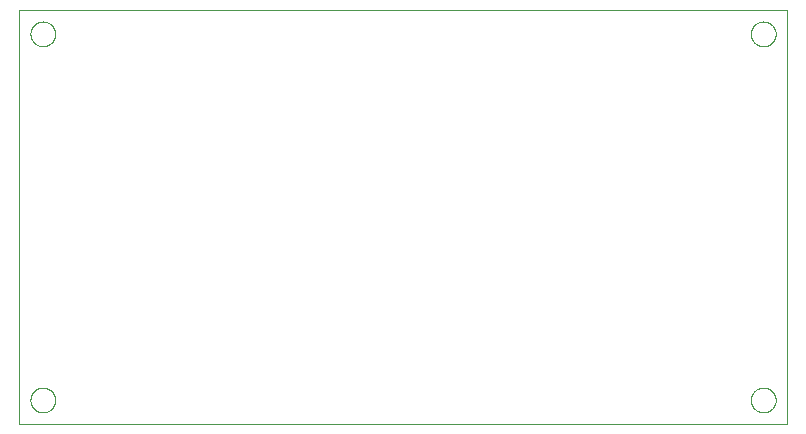
<source format=gko>
G75*
%MOIN*%
%OFA0B0*%
%FSLAX25Y25*%
%IPPOS*%
%LPD*%
%AMOC8*
5,1,8,0,0,1.08239X$1,22.5*
%
%ADD10C,0.00000*%
D10*
X0052507Y0040306D02*
X0052507Y0178087D01*
X0052507Y0178101D02*
X0308412Y0178101D01*
X0308412Y0040306D01*
X0052507Y0040306D01*
X0056247Y0048180D02*
X0056249Y0048308D01*
X0056255Y0048436D01*
X0056265Y0048563D01*
X0056279Y0048691D01*
X0056296Y0048817D01*
X0056318Y0048943D01*
X0056344Y0049069D01*
X0056373Y0049193D01*
X0056406Y0049317D01*
X0056443Y0049439D01*
X0056484Y0049560D01*
X0056529Y0049680D01*
X0056577Y0049799D01*
X0056629Y0049916D01*
X0056685Y0050031D01*
X0056744Y0050145D01*
X0056806Y0050256D01*
X0056872Y0050366D01*
X0056941Y0050473D01*
X0057014Y0050579D01*
X0057090Y0050682D01*
X0057169Y0050782D01*
X0057251Y0050881D01*
X0057336Y0050976D01*
X0057424Y0051069D01*
X0057515Y0051159D01*
X0057608Y0051246D01*
X0057705Y0051331D01*
X0057803Y0051412D01*
X0057905Y0051490D01*
X0058008Y0051565D01*
X0058114Y0051637D01*
X0058222Y0051706D01*
X0058332Y0051771D01*
X0058445Y0051832D01*
X0058559Y0051891D01*
X0058674Y0051945D01*
X0058792Y0051996D01*
X0058910Y0052044D01*
X0059031Y0052087D01*
X0059152Y0052127D01*
X0059275Y0052163D01*
X0059399Y0052196D01*
X0059524Y0052224D01*
X0059649Y0052249D01*
X0059775Y0052269D01*
X0059902Y0052286D01*
X0060030Y0052299D01*
X0060157Y0052308D01*
X0060285Y0052313D01*
X0060413Y0052314D01*
X0060541Y0052311D01*
X0060669Y0052304D01*
X0060796Y0052293D01*
X0060923Y0052278D01*
X0061050Y0052260D01*
X0061176Y0052237D01*
X0061301Y0052210D01*
X0061425Y0052180D01*
X0061548Y0052146D01*
X0061671Y0052108D01*
X0061792Y0052066D01*
X0061911Y0052020D01*
X0062029Y0051971D01*
X0062146Y0051918D01*
X0062261Y0051862D01*
X0062374Y0051802D01*
X0062485Y0051739D01*
X0062594Y0051672D01*
X0062701Y0051602D01*
X0062806Y0051528D01*
X0062908Y0051452D01*
X0063008Y0051372D01*
X0063106Y0051289D01*
X0063201Y0051203D01*
X0063293Y0051114D01*
X0063382Y0051023D01*
X0063469Y0050929D01*
X0063552Y0050832D01*
X0063633Y0050732D01*
X0063710Y0050631D01*
X0063785Y0050526D01*
X0063856Y0050420D01*
X0063923Y0050311D01*
X0063988Y0050201D01*
X0064048Y0050088D01*
X0064106Y0049974D01*
X0064159Y0049858D01*
X0064209Y0049740D01*
X0064256Y0049621D01*
X0064299Y0049500D01*
X0064338Y0049378D01*
X0064373Y0049255D01*
X0064404Y0049131D01*
X0064432Y0049006D01*
X0064455Y0048880D01*
X0064475Y0048754D01*
X0064491Y0048627D01*
X0064503Y0048500D01*
X0064511Y0048372D01*
X0064515Y0048244D01*
X0064515Y0048116D01*
X0064511Y0047988D01*
X0064503Y0047860D01*
X0064491Y0047733D01*
X0064475Y0047606D01*
X0064455Y0047480D01*
X0064432Y0047354D01*
X0064404Y0047229D01*
X0064373Y0047105D01*
X0064338Y0046982D01*
X0064299Y0046860D01*
X0064256Y0046739D01*
X0064209Y0046620D01*
X0064159Y0046502D01*
X0064106Y0046386D01*
X0064048Y0046272D01*
X0063988Y0046159D01*
X0063923Y0046049D01*
X0063856Y0045940D01*
X0063785Y0045834D01*
X0063710Y0045729D01*
X0063633Y0045628D01*
X0063552Y0045528D01*
X0063469Y0045431D01*
X0063382Y0045337D01*
X0063293Y0045246D01*
X0063201Y0045157D01*
X0063106Y0045071D01*
X0063008Y0044988D01*
X0062908Y0044908D01*
X0062806Y0044832D01*
X0062701Y0044758D01*
X0062594Y0044688D01*
X0062485Y0044621D01*
X0062374Y0044558D01*
X0062261Y0044498D01*
X0062146Y0044442D01*
X0062029Y0044389D01*
X0061911Y0044340D01*
X0061792Y0044294D01*
X0061671Y0044252D01*
X0061548Y0044214D01*
X0061425Y0044180D01*
X0061301Y0044150D01*
X0061176Y0044123D01*
X0061050Y0044100D01*
X0060923Y0044082D01*
X0060796Y0044067D01*
X0060669Y0044056D01*
X0060541Y0044049D01*
X0060413Y0044046D01*
X0060285Y0044047D01*
X0060157Y0044052D01*
X0060030Y0044061D01*
X0059902Y0044074D01*
X0059775Y0044091D01*
X0059649Y0044111D01*
X0059524Y0044136D01*
X0059399Y0044164D01*
X0059275Y0044197D01*
X0059152Y0044233D01*
X0059031Y0044273D01*
X0058910Y0044316D01*
X0058792Y0044364D01*
X0058674Y0044415D01*
X0058559Y0044469D01*
X0058445Y0044528D01*
X0058332Y0044589D01*
X0058222Y0044654D01*
X0058114Y0044723D01*
X0058008Y0044795D01*
X0057905Y0044870D01*
X0057803Y0044948D01*
X0057705Y0045029D01*
X0057608Y0045114D01*
X0057515Y0045201D01*
X0057424Y0045291D01*
X0057336Y0045384D01*
X0057251Y0045479D01*
X0057169Y0045578D01*
X0057090Y0045678D01*
X0057014Y0045781D01*
X0056941Y0045887D01*
X0056872Y0045994D01*
X0056806Y0046104D01*
X0056744Y0046215D01*
X0056685Y0046329D01*
X0056629Y0046444D01*
X0056577Y0046561D01*
X0056529Y0046680D01*
X0056484Y0046800D01*
X0056443Y0046921D01*
X0056406Y0047043D01*
X0056373Y0047167D01*
X0056344Y0047291D01*
X0056318Y0047417D01*
X0056296Y0047543D01*
X0056279Y0047669D01*
X0056265Y0047797D01*
X0056255Y0047924D01*
X0056249Y0048052D01*
X0056247Y0048180D01*
X0056247Y0170227D02*
X0056249Y0170355D01*
X0056255Y0170483D01*
X0056265Y0170610D01*
X0056279Y0170738D01*
X0056296Y0170864D01*
X0056318Y0170990D01*
X0056344Y0171116D01*
X0056373Y0171240D01*
X0056406Y0171364D01*
X0056443Y0171486D01*
X0056484Y0171607D01*
X0056529Y0171727D01*
X0056577Y0171846D01*
X0056629Y0171963D01*
X0056685Y0172078D01*
X0056744Y0172192D01*
X0056806Y0172303D01*
X0056872Y0172413D01*
X0056941Y0172520D01*
X0057014Y0172626D01*
X0057090Y0172729D01*
X0057169Y0172829D01*
X0057251Y0172928D01*
X0057336Y0173023D01*
X0057424Y0173116D01*
X0057515Y0173206D01*
X0057608Y0173293D01*
X0057705Y0173378D01*
X0057803Y0173459D01*
X0057905Y0173537D01*
X0058008Y0173612D01*
X0058114Y0173684D01*
X0058222Y0173753D01*
X0058332Y0173818D01*
X0058445Y0173879D01*
X0058559Y0173938D01*
X0058674Y0173992D01*
X0058792Y0174043D01*
X0058910Y0174091D01*
X0059031Y0174134D01*
X0059152Y0174174D01*
X0059275Y0174210D01*
X0059399Y0174243D01*
X0059524Y0174271D01*
X0059649Y0174296D01*
X0059775Y0174316D01*
X0059902Y0174333D01*
X0060030Y0174346D01*
X0060157Y0174355D01*
X0060285Y0174360D01*
X0060413Y0174361D01*
X0060541Y0174358D01*
X0060669Y0174351D01*
X0060796Y0174340D01*
X0060923Y0174325D01*
X0061050Y0174307D01*
X0061176Y0174284D01*
X0061301Y0174257D01*
X0061425Y0174227D01*
X0061548Y0174193D01*
X0061671Y0174155D01*
X0061792Y0174113D01*
X0061911Y0174067D01*
X0062029Y0174018D01*
X0062146Y0173965D01*
X0062261Y0173909D01*
X0062374Y0173849D01*
X0062485Y0173786D01*
X0062594Y0173719D01*
X0062701Y0173649D01*
X0062806Y0173575D01*
X0062908Y0173499D01*
X0063008Y0173419D01*
X0063106Y0173336D01*
X0063201Y0173250D01*
X0063293Y0173161D01*
X0063382Y0173070D01*
X0063469Y0172976D01*
X0063552Y0172879D01*
X0063633Y0172779D01*
X0063710Y0172678D01*
X0063785Y0172573D01*
X0063856Y0172467D01*
X0063923Y0172358D01*
X0063988Y0172248D01*
X0064048Y0172135D01*
X0064106Y0172021D01*
X0064159Y0171905D01*
X0064209Y0171787D01*
X0064256Y0171668D01*
X0064299Y0171547D01*
X0064338Y0171425D01*
X0064373Y0171302D01*
X0064404Y0171178D01*
X0064432Y0171053D01*
X0064455Y0170927D01*
X0064475Y0170801D01*
X0064491Y0170674D01*
X0064503Y0170547D01*
X0064511Y0170419D01*
X0064515Y0170291D01*
X0064515Y0170163D01*
X0064511Y0170035D01*
X0064503Y0169907D01*
X0064491Y0169780D01*
X0064475Y0169653D01*
X0064455Y0169527D01*
X0064432Y0169401D01*
X0064404Y0169276D01*
X0064373Y0169152D01*
X0064338Y0169029D01*
X0064299Y0168907D01*
X0064256Y0168786D01*
X0064209Y0168667D01*
X0064159Y0168549D01*
X0064106Y0168433D01*
X0064048Y0168319D01*
X0063988Y0168206D01*
X0063923Y0168096D01*
X0063856Y0167987D01*
X0063785Y0167881D01*
X0063710Y0167776D01*
X0063633Y0167675D01*
X0063552Y0167575D01*
X0063469Y0167478D01*
X0063382Y0167384D01*
X0063293Y0167293D01*
X0063201Y0167204D01*
X0063106Y0167118D01*
X0063008Y0167035D01*
X0062908Y0166955D01*
X0062806Y0166879D01*
X0062701Y0166805D01*
X0062594Y0166735D01*
X0062485Y0166668D01*
X0062374Y0166605D01*
X0062261Y0166545D01*
X0062146Y0166489D01*
X0062029Y0166436D01*
X0061911Y0166387D01*
X0061792Y0166341D01*
X0061671Y0166299D01*
X0061548Y0166261D01*
X0061425Y0166227D01*
X0061301Y0166197D01*
X0061176Y0166170D01*
X0061050Y0166147D01*
X0060923Y0166129D01*
X0060796Y0166114D01*
X0060669Y0166103D01*
X0060541Y0166096D01*
X0060413Y0166093D01*
X0060285Y0166094D01*
X0060157Y0166099D01*
X0060030Y0166108D01*
X0059902Y0166121D01*
X0059775Y0166138D01*
X0059649Y0166158D01*
X0059524Y0166183D01*
X0059399Y0166211D01*
X0059275Y0166244D01*
X0059152Y0166280D01*
X0059031Y0166320D01*
X0058910Y0166363D01*
X0058792Y0166411D01*
X0058674Y0166462D01*
X0058559Y0166516D01*
X0058445Y0166575D01*
X0058332Y0166636D01*
X0058222Y0166701D01*
X0058114Y0166770D01*
X0058008Y0166842D01*
X0057905Y0166917D01*
X0057803Y0166995D01*
X0057705Y0167076D01*
X0057608Y0167161D01*
X0057515Y0167248D01*
X0057424Y0167338D01*
X0057336Y0167431D01*
X0057251Y0167526D01*
X0057169Y0167625D01*
X0057090Y0167725D01*
X0057014Y0167828D01*
X0056941Y0167934D01*
X0056872Y0168041D01*
X0056806Y0168151D01*
X0056744Y0168262D01*
X0056685Y0168376D01*
X0056629Y0168491D01*
X0056577Y0168608D01*
X0056529Y0168727D01*
X0056484Y0168847D01*
X0056443Y0168968D01*
X0056406Y0169090D01*
X0056373Y0169214D01*
X0056344Y0169338D01*
X0056318Y0169464D01*
X0056296Y0169590D01*
X0056279Y0169716D01*
X0056265Y0169844D01*
X0056255Y0169971D01*
X0056249Y0170099D01*
X0056247Y0170227D01*
X0296404Y0170227D02*
X0296406Y0170355D01*
X0296412Y0170483D01*
X0296422Y0170610D01*
X0296436Y0170738D01*
X0296453Y0170864D01*
X0296475Y0170990D01*
X0296501Y0171116D01*
X0296530Y0171240D01*
X0296563Y0171364D01*
X0296600Y0171486D01*
X0296641Y0171607D01*
X0296686Y0171727D01*
X0296734Y0171846D01*
X0296786Y0171963D01*
X0296842Y0172078D01*
X0296901Y0172192D01*
X0296963Y0172303D01*
X0297029Y0172413D01*
X0297098Y0172520D01*
X0297171Y0172626D01*
X0297247Y0172729D01*
X0297326Y0172829D01*
X0297408Y0172928D01*
X0297493Y0173023D01*
X0297581Y0173116D01*
X0297672Y0173206D01*
X0297765Y0173293D01*
X0297862Y0173378D01*
X0297960Y0173459D01*
X0298062Y0173537D01*
X0298165Y0173612D01*
X0298271Y0173684D01*
X0298379Y0173753D01*
X0298489Y0173818D01*
X0298602Y0173879D01*
X0298716Y0173938D01*
X0298831Y0173992D01*
X0298949Y0174043D01*
X0299067Y0174091D01*
X0299188Y0174134D01*
X0299309Y0174174D01*
X0299432Y0174210D01*
X0299556Y0174243D01*
X0299681Y0174271D01*
X0299806Y0174296D01*
X0299932Y0174316D01*
X0300059Y0174333D01*
X0300187Y0174346D01*
X0300314Y0174355D01*
X0300442Y0174360D01*
X0300570Y0174361D01*
X0300698Y0174358D01*
X0300826Y0174351D01*
X0300953Y0174340D01*
X0301080Y0174325D01*
X0301207Y0174307D01*
X0301333Y0174284D01*
X0301458Y0174257D01*
X0301582Y0174227D01*
X0301705Y0174193D01*
X0301828Y0174155D01*
X0301949Y0174113D01*
X0302068Y0174067D01*
X0302186Y0174018D01*
X0302303Y0173965D01*
X0302418Y0173909D01*
X0302531Y0173849D01*
X0302642Y0173786D01*
X0302751Y0173719D01*
X0302858Y0173649D01*
X0302963Y0173575D01*
X0303065Y0173499D01*
X0303165Y0173419D01*
X0303263Y0173336D01*
X0303358Y0173250D01*
X0303450Y0173161D01*
X0303539Y0173070D01*
X0303626Y0172976D01*
X0303709Y0172879D01*
X0303790Y0172779D01*
X0303867Y0172678D01*
X0303942Y0172573D01*
X0304013Y0172467D01*
X0304080Y0172358D01*
X0304145Y0172248D01*
X0304205Y0172135D01*
X0304263Y0172021D01*
X0304316Y0171905D01*
X0304366Y0171787D01*
X0304413Y0171668D01*
X0304456Y0171547D01*
X0304495Y0171425D01*
X0304530Y0171302D01*
X0304561Y0171178D01*
X0304589Y0171053D01*
X0304612Y0170927D01*
X0304632Y0170801D01*
X0304648Y0170674D01*
X0304660Y0170547D01*
X0304668Y0170419D01*
X0304672Y0170291D01*
X0304672Y0170163D01*
X0304668Y0170035D01*
X0304660Y0169907D01*
X0304648Y0169780D01*
X0304632Y0169653D01*
X0304612Y0169527D01*
X0304589Y0169401D01*
X0304561Y0169276D01*
X0304530Y0169152D01*
X0304495Y0169029D01*
X0304456Y0168907D01*
X0304413Y0168786D01*
X0304366Y0168667D01*
X0304316Y0168549D01*
X0304263Y0168433D01*
X0304205Y0168319D01*
X0304145Y0168206D01*
X0304080Y0168096D01*
X0304013Y0167987D01*
X0303942Y0167881D01*
X0303867Y0167776D01*
X0303790Y0167675D01*
X0303709Y0167575D01*
X0303626Y0167478D01*
X0303539Y0167384D01*
X0303450Y0167293D01*
X0303358Y0167204D01*
X0303263Y0167118D01*
X0303165Y0167035D01*
X0303065Y0166955D01*
X0302963Y0166879D01*
X0302858Y0166805D01*
X0302751Y0166735D01*
X0302642Y0166668D01*
X0302531Y0166605D01*
X0302418Y0166545D01*
X0302303Y0166489D01*
X0302186Y0166436D01*
X0302068Y0166387D01*
X0301949Y0166341D01*
X0301828Y0166299D01*
X0301705Y0166261D01*
X0301582Y0166227D01*
X0301458Y0166197D01*
X0301333Y0166170D01*
X0301207Y0166147D01*
X0301080Y0166129D01*
X0300953Y0166114D01*
X0300826Y0166103D01*
X0300698Y0166096D01*
X0300570Y0166093D01*
X0300442Y0166094D01*
X0300314Y0166099D01*
X0300187Y0166108D01*
X0300059Y0166121D01*
X0299932Y0166138D01*
X0299806Y0166158D01*
X0299681Y0166183D01*
X0299556Y0166211D01*
X0299432Y0166244D01*
X0299309Y0166280D01*
X0299188Y0166320D01*
X0299067Y0166363D01*
X0298949Y0166411D01*
X0298831Y0166462D01*
X0298716Y0166516D01*
X0298602Y0166575D01*
X0298489Y0166636D01*
X0298379Y0166701D01*
X0298271Y0166770D01*
X0298165Y0166842D01*
X0298062Y0166917D01*
X0297960Y0166995D01*
X0297862Y0167076D01*
X0297765Y0167161D01*
X0297672Y0167248D01*
X0297581Y0167338D01*
X0297493Y0167431D01*
X0297408Y0167526D01*
X0297326Y0167625D01*
X0297247Y0167725D01*
X0297171Y0167828D01*
X0297098Y0167934D01*
X0297029Y0168041D01*
X0296963Y0168151D01*
X0296901Y0168262D01*
X0296842Y0168376D01*
X0296786Y0168491D01*
X0296734Y0168608D01*
X0296686Y0168727D01*
X0296641Y0168847D01*
X0296600Y0168968D01*
X0296563Y0169090D01*
X0296530Y0169214D01*
X0296501Y0169338D01*
X0296475Y0169464D01*
X0296453Y0169590D01*
X0296436Y0169716D01*
X0296422Y0169844D01*
X0296412Y0169971D01*
X0296406Y0170099D01*
X0296404Y0170227D01*
X0296404Y0048180D02*
X0296406Y0048308D01*
X0296412Y0048436D01*
X0296422Y0048563D01*
X0296436Y0048691D01*
X0296453Y0048817D01*
X0296475Y0048943D01*
X0296501Y0049069D01*
X0296530Y0049193D01*
X0296563Y0049317D01*
X0296600Y0049439D01*
X0296641Y0049560D01*
X0296686Y0049680D01*
X0296734Y0049799D01*
X0296786Y0049916D01*
X0296842Y0050031D01*
X0296901Y0050145D01*
X0296963Y0050256D01*
X0297029Y0050366D01*
X0297098Y0050473D01*
X0297171Y0050579D01*
X0297247Y0050682D01*
X0297326Y0050782D01*
X0297408Y0050881D01*
X0297493Y0050976D01*
X0297581Y0051069D01*
X0297672Y0051159D01*
X0297765Y0051246D01*
X0297862Y0051331D01*
X0297960Y0051412D01*
X0298062Y0051490D01*
X0298165Y0051565D01*
X0298271Y0051637D01*
X0298379Y0051706D01*
X0298489Y0051771D01*
X0298602Y0051832D01*
X0298716Y0051891D01*
X0298831Y0051945D01*
X0298949Y0051996D01*
X0299067Y0052044D01*
X0299188Y0052087D01*
X0299309Y0052127D01*
X0299432Y0052163D01*
X0299556Y0052196D01*
X0299681Y0052224D01*
X0299806Y0052249D01*
X0299932Y0052269D01*
X0300059Y0052286D01*
X0300187Y0052299D01*
X0300314Y0052308D01*
X0300442Y0052313D01*
X0300570Y0052314D01*
X0300698Y0052311D01*
X0300826Y0052304D01*
X0300953Y0052293D01*
X0301080Y0052278D01*
X0301207Y0052260D01*
X0301333Y0052237D01*
X0301458Y0052210D01*
X0301582Y0052180D01*
X0301705Y0052146D01*
X0301828Y0052108D01*
X0301949Y0052066D01*
X0302068Y0052020D01*
X0302186Y0051971D01*
X0302303Y0051918D01*
X0302418Y0051862D01*
X0302531Y0051802D01*
X0302642Y0051739D01*
X0302751Y0051672D01*
X0302858Y0051602D01*
X0302963Y0051528D01*
X0303065Y0051452D01*
X0303165Y0051372D01*
X0303263Y0051289D01*
X0303358Y0051203D01*
X0303450Y0051114D01*
X0303539Y0051023D01*
X0303626Y0050929D01*
X0303709Y0050832D01*
X0303790Y0050732D01*
X0303867Y0050631D01*
X0303942Y0050526D01*
X0304013Y0050420D01*
X0304080Y0050311D01*
X0304145Y0050201D01*
X0304205Y0050088D01*
X0304263Y0049974D01*
X0304316Y0049858D01*
X0304366Y0049740D01*
X0304413Y0049621D01*
X0304456Y0049500D01*
X0304495Y0049378D01*
X0304530Y0049255D01*
X0304561Y0049131D01*
X0304589Y0049006D01*
X0304612Y0048880D01*
X0304632Y0048754D01*
X0304648Y0048627D01*
X0304660Y0048500D01*
X0304668Y0048372D01*
X0304672Y0048244D01*
X0304672Y0048116D01*
X0304668Y0047988D01*
X0304660Y0047860D01*
X0304648Y0047733D01*
X0304632Y0047606D01*
X0304612Y0047480D01*
X0304589Y0047354D01*
X0304561Y0047229D01*
X0304530Y0047105D01*
X0304495Y0046982D01*
X0304456Y0046860D01*
X0304413Y0046739D01*
X0304366Y0046620D01*
X0304316Y0046502D01*
X0304263Y0046386D01*
X0304205Y0046272D01*
X0304145Y0046159D01*
X0304080Y0046049D01*
X0304013Y0045940D01*
X0303942Y0045834D01*
X0303867Y0045729D01*
X0303790Y0045628D01*
X0303709Y0045528D01*
X0303626Y0045431D01*
X0303539Y0045337D01*
X0303450Y0045246D01*
X0303358Y0045157D01*
X0303263Y0045071D01*
X0303165Y0044988D01*
X0303065Y0044908D01*
X0302963Y0044832D01*
X0302858Y0044758D01*
X0302751Y0044688D01*
X0302642Y0044621D01*
X0302531Y0044558D01*
X0302418Y0044498D01*
X0302303Y0044442D01*
X0302186Y0044389D01*
X0302068Y0044340D01*
X0301949Y0044294D01*
X0301828Y0044252D01*
X0301705Y0044214D01*
X0301582Y0044180D01*
X0301458Y0044150D01*
X0301333Y0044123D01*
X0301207Y0044100D01*
X0301080Y0044082D01*
X0300953Y0044067D01*
X0300826Y0044056D01*
X0300698Y0044049D01*
X0300570Y0044046D01*
X0300442Y0044047D01*
X0300314Y0044052D01*
X0300187Y0044061D01*
X0300059Y0044074D01*
X0299932Y0044091D01*
X0299806Y0044111D01*
X0299681Y0044136D01*
X0299556Y0044164D01*
X0299432Y0044197D01*
X0299309Y0044233D01*
X0299188Y0044273D01*
X0299067Y0044316D01*
X0298949Y0044364D01*
X0298831Y0044415D01*
X0298716Y0044469D01*
X0298602Y0044528D01*
X0298489Y0044589D01*
X0298379Y0044654D01*
X0298271Y0044723D01*
X0298165Y0044795D01*
X0298062Y0044870D01*
X0297960Y0044948D01*
X0297862Y0045029D01*
X0297765Y0045114D01*
X0297672Y0045201D01*
X0297581Y0045291D01*
X0297493Y0045384D01*
X0297408Y0045479D01*
X0297326Y0045578D01*
X0297247Y0045678D01*
X0297171Y0045781D01*
X0297098Y0045887D01*
X0297029Y0045994D01*
X0296963Y0046104D01*
X0296901Y0046215D01*
X0296842Y0046329D01*
X0296786Y0046444D01*
X0296734Y0046561D01*
X0296686Y0046680D01*
X0296641Y0046800D01*
X0296600Y0046921D01*
X0296563Y0047043D01*
X0296530Y0047167D01*
X0296501Y0047291D01*
X0296475Y0047417D01*
X0296453Y0047543D01*
X0296436Y0047669D01*
X0296422Y0047797D01*
X0296412Y0047924D01*
X0296406Y0048052D01*
X0296404Y0048180D01*
M02*

</source>
